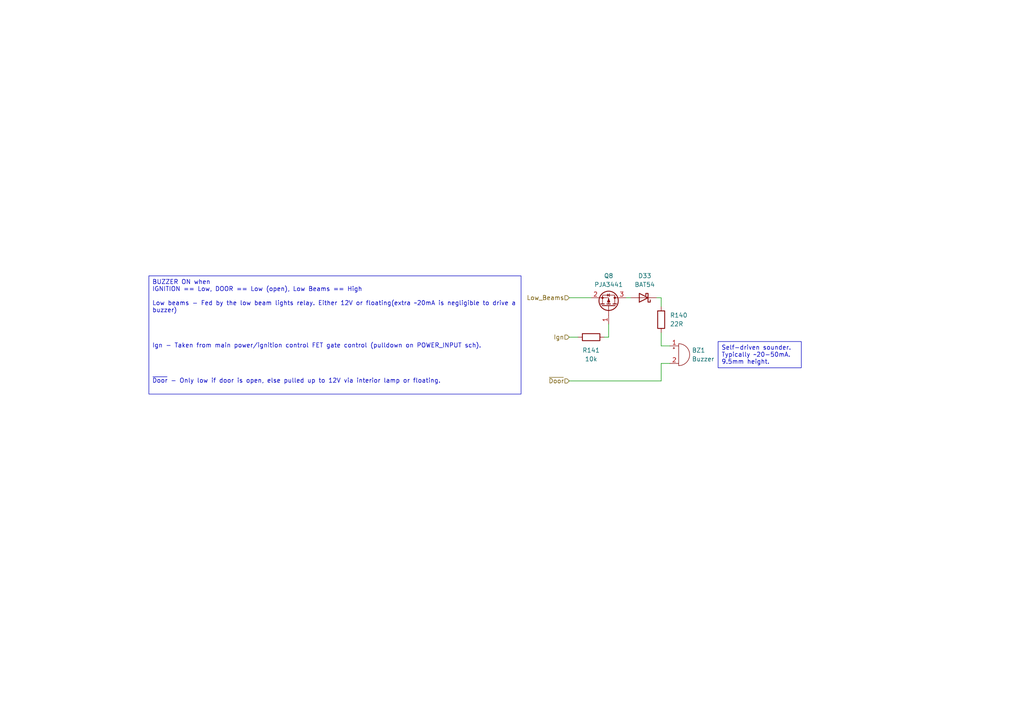
<source format=kicad_sch>
(kicad_sch (version 20250114) (generator "eeschema") (generator_version "9.0")
  (paper "A4")
  (title_block (title "Buzzer") (date "2026-01-08") (rev "2.0-proto-C") (company "Alex Miller & Martin Roger") (comment 1 "https://github.com/martinroger/VXDash"))
  (lib_symbols
    (symbol "Device:Buzzer" (pin_names (offset 0.0254) (hide yes))
      (property "Reference" "BZ" (at 3.81 1.27 0))
      (property "Value" "Buzzer" (at 3.81 -1.27 0))
      (symbol "Buzzer_0_1"
        (polyline (pts (xy -1.651 1.905) (xy -1.143 1.905)))
        (polyline (pts (xy -1.397 2.159) (xy -1.397 1.651)))
        (arc (start 0 3.175) (mid 3.1612 0) (end 0 -3.175))
        (polyline (pts (xy 0 3.175) (xy 0 -3.175)))
      )
      (symbol "Buzzer_1_1"
        (pin passive line (at -2.54 2.54 0) (length 2.54) (name "+") (number "1"))
        (pin passive line (at -2.54 -2.54 0) (length 2.54) (name "-") (number "2"))
      )
    )
    (symbol "Transistor_FET:Q_PMOS_GSD" (pin_names (offset 0) (hide yes))
      (property "Reference" "Q" (at 5.08 1.905 0))
      (property "Value" "Q_PMOS_GSD" (at 5.08 0 0))
      (symbol "Q_PMOS_GSD_0_1"
        (polyline (pts (xy 0.254 1.905) (xy 0.254 -1.905)) (stroke (width 0.254)))
        (polyline (pts (xy 0.254 0) (xy -2.54 0)))
        (polyline (pts (xy 0.762 2.286) (xy 0.762 1.27)) (stroke (width 0.254)))
        (polyline (pts (xy 0.762 1.778) (xy 3.302 1.778) (xy 3.302 -1.778) (xy 0.762 -1.778)))
        (polyline (pts (xy 0.762 0.508) (xy 0.762 -0.508)) (stroke (width 0.254)))
        (polyline (pts (xy 0.762 -1.27) (xy 0.762 -2.286)) (stroke (width 0.254)))
        (circle (center 1.651 0) (radius 2.794) (stroke (width 0.254)))
        (polyline (pts (xy 2.286 0) (xy 1.27 0.381) (xy 1.27 -0.381) (xy 2.286 0)) (fill (type outline)))
        (polyline (pts (xy 2.54 2.54) (xy 2.54 1.778)))
        (circle (center 2.54 1.778) (radius 0.254) (fill (type outline)))
        (circle (center 2.54 -1.778) (radius 0.254) (fill (type outline)))
        (polyline (pts (xy 2.54 -2.54) (xy 2.54 0) (xy 0.762 0)))
        (polyline (pts (xy 2.921 -0.381) (xy 3.683 -0.381)))
        (polyline (pts (xy 3.302 -0.381) (xy 2.921 0.254) (xy 3.683 0.254) (xy 3.302 -0.381)))
      )
      (symbol "Q_PMOS_GSD_1_1"
        (pin input line (at -5.08 0 0) (length 2.54) (name "G") (number "1"))
        (pin passive line (at 2.54 5.08 270) (length 2.54) (name "D") (number "3"))
        (pin passive line (at 2.54 -5.08 90) (length 2.54) (name "S") (number "2"))
      )
    )
    (symbol "VXDash_diodes:D_Schottky" (pin_numbers (hide yes)) (pin_names (offset 1.016) (hide yes))
      (property "Reference" "D" (at 0 2.54 0))
      (property "Value" "D_Schottky" (at 0 -2.54 0))
      (symbol "D_Schottky_0_1"
        (polyline (pts (xy -1.905 0.635) (xy -1.905 1.27) (xy -1.27 1.27) (xy -1.27 -1.27) (xy -0.635 -1.27) (xy -0.635 -0.635)) (stroke (width 0.254)))
        (polyline (pts (xy 1.27 1.27) (xy 1.27 -1.27) (xy -1.27 0) (xy 1.27 1.27)) (stroke (width 0.254)))
        (polyline (pts (xy 1.27 0) (xy -1.27 0)))
      )
      (symbol "D_Schottky_1_1"
        (pin passive line (at -3.81 0 0) (length 2.54) (name "K") (number "1"))
        (pin passive line (at 3.81 0 180) (length 2.54) (name "A") (number "2"))
      )
    )
    (symbol "VXDash_passives:Res" (pin_numbers (hide yes)) (pin_names (offset 0))
      (property "Reference" "R" (at 1.27 1.27 0))
      (property "Value" "Res" (at 1.27 -1.27 0))
      (symbol "Res_0_1"
        (rectangle (start -1.016 -2.54) (end 1.016 2.54) (stroke (width 0.254)))
      )
      (symbol "Res_1_1"
        (pin passive line (at 0 3.81 270) (length 1.27) (name "~") (number "1"))
        (pin passive line (at 0 -3.81 90) (length 1.27) (name "~") (number "2"))
      )
    )
  )
  (text_box "BUZZER ON when\nIGNITION == Low, DOOR == Low (open), Low Beams == High\n\nLow beams - Fed by the low beam lights relay. Either 12V or floating(extra ~20mA is negligible to drive a buzzer)\n\n\n\n\nIgn - Taken from main power/ignition control FET gate control (pulldown on POWER_INPUT sch).\n\n\n\n\n~{Door} - Only low if door is open, else pulled up to 12V via interior lamp or floating." (at 43.18 80.01 0) (size 107.95 34.29) (margins 0.9525 0.9525 0.9525 0.9525) (effects (font (size 1.27 1.27)) (justify left top)))
  (text_box "Self-driven sounder. Typically ~20-50mA.\n9.5mm height." (at 208.28 99.06 0) (size 24.13 7.62) (margins 0.9525 0.9525 0.9525 0.9525) (effects (font (size 1.27 1.27)) (justify left top)))
  (wire (pts (xy 191.77 86.36) (xy 191.77 88.9)))
  (wire (pts (xy 191.77 105.41) (xy 194.31 105.41)))
  (wire (pts (xy 165.1 97.79) (xy 167.64 97.79)))
  (wire (pts (xy 175.26 97.79) (xy 176.53 97.79)))
  (wire (pts (xy 181.61 86.36) (xy 182.88 86.36)))
  (wire (pts (xy 191.77 86.36) (xy 190.5 86.36)))
  (wire (pts (xy 191.77 105.41) (xy 191.77 110.49)))
  (wire (pts (xy 191.77 96.52) (xy 191.77 100.33)))
  (wire (pts (xy 165.1 110.49) (xy 191.77 110.49)))
  (wire (pts (xy 176.53 97.79) (xy 176.53 93.98)))
  (wire (pts (xy 165.1 86.36) (xy 171.45 86.36)))
  (wire (pts (xy 194.31 100.33) (xy 191.77 100.33)))
  (hierarchical_label "Ign" (shape input) (at 165.1 97.79 180))
  (hierarchical_label "Low_Beams" (shape input) (at 165.1 86.36 180))
  (hierarchical_label "~{Door}" (shape input) (at 165.1 110.49 180))
  (symbol (lib_id "Transistor_FET:Q_PMOS_GSD") (at 176.53 88.9 270) (mirror x) (unit 1)
    (property "Reference" "Q8" (at 176.53 80.01 90))
    (property "Value" "PJA3441" (at 176.53 82.55 90))
    (property "Footprint" "Package_TO_SOT_SMD:SOT-23" (effects (hide yes)))
    (property "Datasheet" "https://www.panjit.com.tw/upload/datasheet/PJA3441.pdf?srsltid=AfmBOorcXQifrwfHYhMWRYHvs2fEGINIyw20eErdW3fOG6z6g98X7-Kb" (effects (hide yes)))
    (property "Description" "P-MOSFET transistor, gate/source/drain" (effects (hide yes)))
    (property "MFT" "Panjit" (effects (hide yes)))
    (property "MFT_PN" "PJA3441_R1_00001" (effects (hide yes)))
    (property "LCSC" "C313504" (effects (hide yes)))
  )
  (symbol (lib_id "VXDash_diodes:D_Schottky") (at 186.69 86.36 180) (unit 1)
    (property "Reference" "D33" (at 187.0075 80.01 0))
    (property "Value" "BAT54" (at 187.0075 82.55 0))
    (property "Footprint" "Diode_SMD:D_SOD-123" (effects (hide yes)))
    (property "Datasheet" "https://www.onsemi.com/pdf/datasheet/bat54t1-d.pdf" (effects (hide yes)))
    (property "Description" "Schottky diode" (effects (hide yes)))
    (property "MFT" "OnSemi" (effects (hide yes)))
    (property "MFT_PN" "BAT54T1G" (effects (hide yes)))
    (property "LCSC" "C152458" (effects (hide yes)))
  )
  (symbol (lib_id "VXDash_passives:Res") (at 171.45 97.79 90) (mirror x) (unit 1)
    (property "Reference" "R141" (at 171.45 101.6 90))
    (property "Value" "10k" (at 171.45 104.14 90))
    (property "Footprint" "Resistor_SMD:R_0603_1608Metric_Pad0.98x0.95mm_HandSolder" (effects (hide yes)))
    (property "Datasheet" "http://datasheet.octopart.com/RC0603FR-0710KL-Yageo-datasheet-141265859.pdf" (effects (hide yes)))
    (property "Tol" "1%" (effects (hide yes)))
    (property "Power" "100mW" (effects (hide yes)))
    (property "MFT" "Yageo" (effects (hide yes)))
    (property "MFT_PN" "RC0603FR-0710KL" (effects (hide yes)))
    (property "LCSC" "C98220" (effects (hide yes)))
  )
  (symbol (lib_id "VXDash_passives:Res") (at 191.77 92.71 0) (unit 1)
    (property "Reference" "R140" (at 194.31 91.4399 0) (effects (justify left)))
    (property "Value" "22R" (at 194.31 93.9799 0) (effects (justify left)))
    (property "Footprint" "Resistor_SMD:R_0805_2012Metric" (effects (hide yes)))
    (property "Datasheet" "https://www.lcsc.com/datasheet/C107702.pdf" (effects (hide yes)))
    (property "Description" "Resistor" (effects (hide yes)))
    (property "Tol" "1%" (effects (hide yes)))
    (property "Power" "125mW" (effects (hide yes)))
    (property "MFT" "Yageo" (effects (hide yes)))
    (property "MFT_PN" "RC0805FR-0722RL" (effects (hide yes)))
    (property "LCSC" "C107702" (effects (hide yes)))
  )
  (symbol (lib_id "Device:Buzzer") (at 196.85 102.87 0) (unit 1)
    (property "Reference" "BZ1" (at 200.66 101.5999 0) (effects (justify left)))
    (property "Value" "Buzzer" (at 200.66 104.1399 0) (effects (justify left)))
    (property "Footprint" "Buzzer_Beeper:Buzzer_12x9.5RM7.6" (effects (hide yes)))
    (property "Datasheet" "https://www.lcsc.com/datasheet/C49246932.pdf" (effects (hide yes)))
    (property "Description" "Buzzer, polarized" (effects (hide yes)))
    (property "LCSC" "C49246932" (effects (hide yes)))
    (property "MFT" "XHXDZ" (effects (hide yes)))
    (property "MFT_PN" "TMB12A12" (effects (hide yes)))
  )
)
</source>
